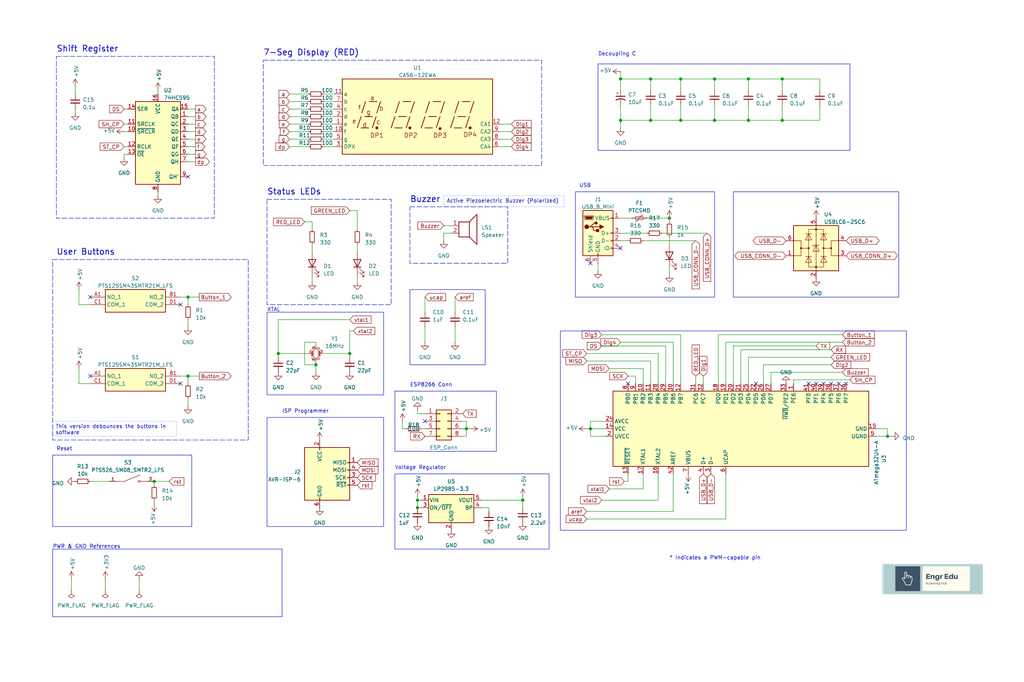
<source format=kicad_sch>
(kicad_sch (version 20230121) (generator eeschema)
  (paper "User" 345.796 230.378)
  (title_block (title "Arduino Uno Shield") (date "2023-03-22") (rev "1.0"))
  (lib_symbols
    (symbol "74xx:74HC595"
      (property "Reference" "U" (at -7.62 13.97 0))
      (property "Value" "74HC595" (at -7.62 -16.51 0))
      (symbol "74HC595_1_0"
        (pin tri_state line (at 10.16 7.62 180) (length 2.54) (name "QB") (number "1"))
        (pin input line (at -10.16 2.54 0) (length 2.54) (name "~{SRCLR}") (number "10"))
        (pin input line (at -10.16 5.08 0) (length 2.54) (name "SRCLK") (number "11"))
        (pin input line (at -10.16 -2.54 0) (length 2.54) (name "RCLK") (number "12"))
        (pin input line (at -10.16 -5.08 0) (length 2.54) (name "~{OE}") (number "13"))
        (pin input line (at -10.16 10.16 0) (length 2.54) (name "SER") (number "14"))
        (pin tri_state line (at 10.16 10.16 180) (length 2.54) (name "QA") (number "15"))
        (pin power_in line (at 0 15.24 270) (length 2.54) (name "VCC") (number "16"))
        (pin tri_state line (at 10.16 5.08 180) (length 2.54) (name "QC") (number "2"))
        (pin tri_state line (at 10.16 2.54 180) (length 2.54) (name "QD") (number "3"))
        (pin tri_state line (at 10.16 0 180) (length 2.54) (name "QE") (number "4"))
        (pin tri_state line (at 10.16 -2.54 180) (length 2.54) (name "QF") (number "5"))
        (pin tri_state line (at 10.16 -5.08 180) (length 2.54) (name "QG") (number "6"))
        (pin tri_state line (at 10.16 -7.62 180) (length 2.54) (name "QH") (number "7"))
        (pin power_in line (at 0 -17.78 90) (length 2.54) (name "GND") (number "8"))
        (pin output line (at 10.16 -12.7 180) (length 2.54) (name "QH'") (number "9"))
      )
    )
    (symbol "Connector:AVR-ISP-6" (pin_names (offset 1.016))
      (property "Reference" "J" (at -6.35 11.43 0))
      (property "Value" "AVR-ISP-6" (at 0 11.43 0))
      (symbol "AVR-ISP-6_1_1"
        (pin passive line (at 10.16 5.08 180) (length 2.54) (name "MISO") (number "1"))
        (pin passive line (at -2.54 12.7 270) (length 2.54) (name "VCC") (number "2"))
        (pin passive line (at 10.16 0 180) (length 2.54) (name "SCK") (number "3"))
        (pin passive line (at 10.16 2.54 180) (length 2.54) (name "MOSI") (number "4"))
        (pin passive line (at 10.16 -2.54 180) (length 2.54) (name "~{RST}") (number "5"))
        (pin passive line (at -2.54 -10.16 90) (length 2.54) (name "GND") (number "6"))
      )
    )
    (symbol "Connector:USB_B_Mini" (pin_names (offset 1.016))
      (property "Reference" "J" (at -5.08 11.43 0))
      (property "Value" "USB_B_Mini" (at -5.08 8.89 0))
      (symbol "USB_B_Mini_1_1"
        (pin power_out line (at 7.62 5.08 180) (length 2.54) (name "VBUS") (number "1"))
        (pin bidirectional line (at 7.62 -2.54 180) (length 2.54) (name "D-") (number "2"))
        (pin bidirectional line (at 7.62 0 180) (length 2.54) (name "D+") (number "3"))
        (pin passive line (at 7.62 -5.08 180) (length 2.54) (name "ID") (number "4"))
        (pin power_out line (at 0 -10.16 90) (length 2.54) (name "GND") (number "5"))
        (pin passive line (at -2.54 -10.16 90) (length 2.54) (name "Shield") (number "6"))
      )
    )
    (symbol "Connector_Generic:Conn_02x04_Odd_Even" (pin_names (offset 1.016) hide)
      (property "Reference" "J" (at 1.27 5.08 0))
      (property "Value" "Conn_02x04_Odd_Even" (at 1.27 -7.62 0))
      (symbol "Conn_02x04_Odd_Even_1_1"
        (pin passive line (at -5.08 2.54 0) (length 3.81) (name "Pin_1") (number "1"))
        (pin passive line (at 7.62 2.54 180) (length 3.81) (name "Pin_2") (number "2"))
        (pin passive line (at -5.08 0 0) (length 3.81) (name "Pin_3") (number "3"))
        (pin passive line (at 7.62 0 180) (length 3.81) (name "Pin_4") (number "4"))
        (pin passive line (at -5.08 -2.54 0) (length 3.81) (name "Pin_5") (number "5"))
        (pin passive line (at 7.62 -2.54 180) (length 3.81) (name "Pin_6") (number "6"))
        (pin passive line (at -5.08 -5.08 0) (length 3.81) (name "Pin_7") (number "7"))
        (pin passive line (at 7.62 -5.08 180) (length 3.81) (name "Pin_8") (number "8"))
      )
    )
    (symbol "Device:C_Polarized_Small_US" (pin_numbers hide) (pin_names (offset 0.254) hide)
      (property "Reference" "C" (at 0.254 1.778 0))
      (property "Value" "C_Polarized_Small_US" (at 0.254 -2.032 0))
      (symbol "C_Polarized_Small_US_1_1"
        (pin passive line (at 0 2.54 270) (length 2.032) (name "~") (number "1"))
        (pin passive line (at 0 -2.54 90) (length 2.032) (name "~") (number "2"))
      )
    )
    (symbol "Device:C_Small" (pin_numbers hide) (pin_names (offset 0.254) hide)
      (property "Reference" "C" (at 0.254 1.778 0))
      (property "Value" "C_Small" (at 0.254 -2.032 0))
      (symbol "C_Small_1_1"
        (pin passive line (at 0 2.54 270) (length 2.032) (name "~") (number "1"))
        (pin passive line (at 0 -2.54 90) (length 2.032) (name "~") (number "2"))
      )
    )
    (symbol "Device:Crystal_GND24_Small" (pin_names (offset 1.016) hide)
      (property "Reference" "Y" (at 1.27 4.445 0))
      (property "Value" "Crystal_GND24_Small" (at 1.27 2.54 0))
      (symbol "Crystal_GND24_Small_1_1"
        (pin passive line (at -2.54 0 0) (length 1.27) (name "1") (number "1"))
        (pin passive line (at 0 -2.54 90) (length 0.635) (name "2") (number "2"))
        (pin passive line (at 2.54 0 180) (length 1.27) (name "3") (number "3"))
        (pin passive line (at 0 2.54 270) (length 0.635) (name "4") (number "4"))
      )
    )
    (symbol "Device:LED" (pin_numbers hide) (pin_names (offset 1.016) hide)
      (property "Reference" "D" (at 0 2.54 0))
      (property "Value" "LED" (at 0 -2.54 0))
      (symbol "LED_1_1"
        (pin passive line (at -3.81 0 0) (length 2.54) (name "K") (number "1"))
        (pin passive line (at 3.81 0 180) (length 2.54) (name "A") (number "2"))
      )
    )
    (symbol "Device:Polyfuse_Small" (pin_numbers hide) (pin_names (offset 0))
      (property "Reference" "F" (at -1.905 0 90))
      (property "Value" "Polyfuse_Small" (at 1.905 0 90))
      (symbol "Polyfuse_Small_1_1"
        (pin passive line (at 0 2.54 270) (length 0.635) (name "~") (number "1"))
        (pin passive line (at 0 -2.54 90) (length 0.635) (name "~") (number "2"))
      )
    )
    (symbol "Device:R_Small" (pin_numbers hide) (pin_names (offset 0.254) hide)
      (property "Reference" "R" (at 0.762 0.508 0))
      (property "Value" "R_Small" (at 0.762 -1.016 0))
      (symbol "R_Small_1_1"
        (pin passive line (at 0 2.54 270) (length 0.762) (name "~") (number "1"))
        (pin passive line (at 0 -2.54 90) (length 0.762) (name "~") (number "2"))
      )
    )
    (symbol "Device:Speaker" (pin_names (offset 0) hide)
      (property "Reference" "LS" (at 1.27 5.715 0))
      (property "Value" "Speaker" (at 1.27 3.81 0))
      (symbol "Speaker_1_1"
        (pin input line (at -5.08 0 0) (length 2.54) (name "1") (number "1"))
        (pin input line (at -5.08 -2.54 0) (length 2.54) (name "2") (number "2"))
      )
    )
    (symbol "Display_Character:CA56-12EWA"
      (property "Reference" "U" (at -24.13 13.97 0))
      (property "Value" "CA56-12EWA" (at 19.05 13.97 0))
      (symbol "CA56-12EWA_0_0"
        (text "a" (at -15.24 6.35 0) (effects (font (size 1.524 1.524))))
        (text "b" (at -12.192 2.794 0) (effects (font (size 1.524 1.524))))
        (text "c" (at -13.208 -1.778 0) (effects (font (size 1.524 1.524))))
        (text "d" (at -17.78 -2.794 0) (effects (font (size 1.524 1.524))))
        (text "DP1" (at -13.716 -6.35 0) (effects (font (size 1.524 1.524))))
        (text "DP2" (at -2.286 -6.35 0) (effects (font (size 1.524 1.524))))
        (text "DP3" (at 7.62 -6.35 0) (effects (font (size 1.524 1.524))))
        (text "DP4" (at 17.78 -6.096 0) (effects (font (size 1.524 1.524))))
        (text "e" (at -21.336 -1.524 0) (effects (font (size 1.524 1.524))))
        (text "f" (at -19.558 3.048 0) (effects (font (size 1.524 1.524))))
        (text "g" (at -16.51 1.524 0) (effects (font (size 1.524 1.524))))
      )
      (symbol "CA56-12EWA_1_1"
        (pin input line (at -27.94 -2.54 0) (length 2.54) (name "e") (number "1"))
        (pin input line (at -27.94 -5.08 0) (length 2.54) (name "f") (number "10"))
        (pin input line (at -27.94 7.62 0) (length 2.54) (name "a") (number "11"))
        (pin input line (at 27.94 -2.54 180) (length 2.54) (name "CA1") (number "12"))
        (pin input line (at -27.94 0 0) (length 2.54) (name "d") (number "2"))
        (pin input line (at -27.94 -10.16 0) (length 2.54) (name "DPX") (number "3"))
        (pin input line (at -27.94 2.54 0) (length 2.54) (name "c") (number "4"))
        (pin input line (at -27.94 -7.62 0) (length 2.54) (name "g") (number "5"))
        (pin input line (at 27.94 -10.16 180) (length 2.54) (name "CA4") (number "6"))
        (pin input line (at -27.94 5.08 0) (length 2.54) (name "b") (number "7"))
        (pin input line (at 27.94 -7.62 180) (length 2.54) (name "CA3") (number "8"))
        (pin input line (at 27.94 -5.08 180) (length 2.54) (name "CA2") (number "9"))
      )
    )
    (symbol "GND_1" (power) (pin_names (offset 0))
      (property "Value" "GND_1" (at 0 -3.81 0))
      (symbol "GND_1_1_1"
        (pin power_in line (at 0 0 270) (length 0) hide (name "GND") (number "1"))
      )
    )
    (symbol "GND_2" (power) (pin_names (offset 0))
      (property "Value" "GND_2" (at 0 -3.81 0))
      (symbol "GND_2_1_1"
        (pin power_in line (at 0 0 270) (length 0) hide (name "GND") (number "1"))
      )
    )
    (symbol "GND_3" (power) (pin_names (offset 0))
      (property "Value" "GND_3" (at 0 -3.81 0))
      (symbol "GND_3_1_1"
        (pin power_in line (at 0 0 270) (length 0) hide (name "GND") (number "1"))
      )
    )
    (symbol "MCU_Microchip_ATmega:ATmega32U4-A"
      (property "Reference" "U" (at -12.7 44.45 0))
      (property "Value" "ATmega32U4-A" (at 2.54 -44.45 0))
      (symbol "ATmega32U4-A_1_1"
        (pin bidirectional line (at 15.24 -17.78 180) (length 2.54) (name "PE6") (number "1"))
        (pin bidirectional line (at 15.24 33.02 180) (length 2.54) (name "PB2") (number "10"))
        (pin bidirectional line (at 15.24 30.48 180) (length 2.54) (name "PB3") (number "11"))
        (pin bidirectional line (at 15.24 20.32 180) (length 2.54) (name "PB7") (number "12"))
        (pin input line (at -15.24 38.1 0) (length 2.54) (name "~{RESET}") (number "13"))
        (pin power_in line (at 0 45.72 270) (length 2.54) (name "VCC") (number "14"))
        (pin power_in line (at 0 -45.72 90) (length 2.54) (name "GND") (number "15"))
        (pin output line (at -15.24 27.94 0) (length 2.54) (name "XTAL2") (number "16"))
        (pin input line (at -15.24 33.02 0) (length 2.54) (name "XTAL1") (number "17"))
        (pin bidirectional line (at 15.24 7.62 180) (length 2.54) (name "PD0") (number "18"))
        (pin bidirectional line (at 15.24 5.08 180) (length 2.54) (name "PD1") (number "19"))
        (pin power_in line (at -2.54 45.72 270) (length 2.54) (name "UVCC") (number "2"))
        (pin bidirectional line (at 15.24 2.54 180) (length 2.54) (name "PD2") (number "20"))
        (pin bidirectional line (at 15.24 0 180) (length 2.54) (name "PD3") (number "21"))
        (pin bidirectional line (at 15.24 -5.08 180) (length 2.54) (name "PD5") (number "22"))
        (pin passive line (at 0 -45.72 90) (length 2.54) hide (name "GND") (number "23"))
        (pin power_in line (at 2.54 45.72 270) (length 2.54) (name "AVCC") (number "24"))
        (pin bidirectional line (at 15.24 -2.54 180) (length 2.54) (name "PD4") (number "25"))
        (pin bidirectional line (at 15.24 -7.62 180) (length 2.54) (name "PD6") (number "26"))
        (pin bidirectional line (at 15.24 -10.16 180) (length 2.54) (name "PD7") (number "27"))
        (pin bidirectional line (at 15.24 27.94 180) (length 2.54) (name "PB4") (number "28"))
        (pin bidirectional line (at 15.24 25.4 180) (length 2.54) (name "PB5") (number "29"))
        (pin bidirectional line (at -15.24 10.16 0) (length 2.54) (name "D-") (number "3"))
        (pin bidirectional line (at 15.24 22.86 180) (length 2.54) (name "PB6") (number "30"))
        (pin bidirectional line (at 15.24 15.24 180) (length 2.54) (name "PC6") (number "31"))
        (pin bidirectional line (at 15.24 12.7 180) (length 2.54) (name "PC7") (number "32"))
        (pin bidirectional line (at 15.24 -15.24 180) (length 2.54) (name "~{HWB}/PE2") (number "33"))
        (pin passive line (at 0 45.72 270) (length 2.54) hide (name "VCC") (number "34"))
        (pin passive line (at 0 -45.72 90) (length 2.54) hide (name "GND") (number "35"))
        (pin bidirectional line (at 15.24 -35.56 180) (length 2.54) (name "PF7") (number "36"))
        (pin bidirectional line (at 15.24 -33.02 180) (length 2.54) (name "PF6") (number "37"))
        (pin bidirectional line (at 15.24 -30.48 180) (length 2.54) (name "PF5") (number "38"))
        (pin bidirectional line (at 15.24 -27.94 180) (length 2.54) (name "PF4") (number "39"))
        (pin bidirectional line (at -15.24 12.7 0) (length 2.54) (name "D+") (number "4"))
        (pin bidirectional line (at 15.24 -25.4 180) (length 2.54) (name "PF1") (number "40"))
        (pin bidirectional line (at 15.24 -22.86 180) (length 2.54) (name "PF0") (number "41"))
        (pin passive line (at -15.24 22.86 0) (length 2.54) (name "AREF") (number "42"))
        (pin passive line (at 0 -45.72 90) (length 2.54) hide (name "GND") (number "43"))
        (pin passive line (at 2.54 45.72 270) (length 2.54) hide (name "AVCC") (number "44"))
        (pin passive line (at -2.54 -45.72 90) (length 2.54) (name "UGND") (number "5"))
        (pin passive line (at -15.24 5.08 0) (length 2.54) (name "UCAP") (number "6"))
        (pin input line (at -15.24 17.78 0) (length 2.54) (name "VBUS") (number "7"))
        (pin bidirectional line (at 15.24 38.1 180) (length 2.54) (name "PB0") (number "8"))
        (pin bidirectional line (at 15.24 35.56 180) (length 2.54) (name "PB1") (number "9"))
      )
    )
    (symbol "PTS125_SMD_Button:PTS125SM43SMTR21M_LFS"
      (property "Reference" "S" (at 26.67 7.62 0))
      (property "Value" "PTS125SM43SMTR21M_LFS" (at 26.67 5.08 0))
      (symbol "PTS125SM43SMTR21M_LFS_1_1"
        (pin passive line (at 0 0 0) (length 5.08) (name "NO_1") (number "A1"))
        (pin passive line (at 30.48 0 180) (length 5.08) (name "NO_2") (number "B1"))
        (pin passive line (at 0 -2.54 0) (length 5.08) (name "COM_1") (number "C1"))
        (pin passive line (at 30.48 -2.54 180) (length 5.08) (name "COM_2") (number "D1"))
      )
    )
    (symbol "PTS526_SMD_Button:PTS526_SM08_SMTR2_LFS" (pin_names (offset 1.016))
      (property "Reference" "S" (at -2.54 2.54 0))
      (property "Value" "PTS526_SM08_SMTR2_LFS" (at -2.54 -2.54 0))
      (symbol "PTS526_SM08_SMTR2_LFS_0_0"
        (pin passive line (at -7.62 0 0) (length 2.54) (name "~") (number "1"))
        (pin passive line (at 7.62 0 180) (length 2.54) (name "~") (number "3"))
      )
    )
    (symbol "Power_Protection:USBLC6-2SC6" (pin_names hide)
      (property "Reference" "U" (at 2.54 8.89 0))
      (property "Value" "USBLC6-2SC6" (at 2.54 -8.89 0))
      (symbol "USBLC6-2SC6_1_1"
        (pin passive line (at -10.16 -2.54 0) (length 2.54) (name "I/O1") (number "1"))
        (pin passive line (at 0 -10.16 90) (length 2.54) (name "GND") (number "2"))
        (pin passive line (at 10.16 -2.54 180) (length 2.54) (name "I/O2") (number "3"))
        (pin passive line (at 10.16 2.54 180) (length 2.54) (name "I/O2") (number "4"))
        (pin passive line (at 0 10.16 270) (length 2.54) (name "VBUS") (number "5"))
        (pin passive line (at -10.16 2.54 0) (length 2.54) (name "I/O1") (number "6"))
      )
    )
    (symbol "Regulator_Linear:LP2985-3.3" (pin_names (offset 0.254))
      (property "Reference" "U" (at -6.35 5.715 0))
      (property "Value" "LP2985-3.3" (at 0 5.715 0))
      (symbol "LP2985-3.3_1_1"
        (pin power_in line (at -10.16 2.54 0) (length 2.54) (name "VIN") (number "1"))
        (pin power_in line (at 0 -7.62 90) (length 2.54) (name "GND") (number "2"))
        (pin input line (at -10.16 0 0) (length 2.54) (name "ON/~{OFF}") (number "3"))
        (pin input line (at 10.16 0 180) (length 2.54) (name "BP") (number "4"))
        (pin power_out line (at 10.16 2.54 180) (length 2.54) (name "VOUT") (number "5"))
      )
    )
    (symbol "power:+3V3" (power) (pin_names (offset 0))
      (property "Value" "+3V3" (at 0 3.556 0))
      (symbol "+3V3_1_1"
        (pin power_in line (at 0 0 90) (length 0) hide (name "+3V3") (number "1"))
      )
    )
    (symbol "power:+5V" (power) (pin_names (offset 0))
      (property "Value" "+5V" (at 0 3.556 0))
      (symbol "+5V_1_1"
        (pin power_in line (at 0 0 90) (length 0) hide (name "+5V") (number "1"))
      )
    )
    (symbol "power:PWR_FLAG" (power) (pin_numbers hide) (pin_names (offset 0) hide)
      (property "Value" "PWR_FLAG" (at 0 3.81 0))
      (symbol "PWR_FLAG_0_0"
        (pin power_out line (at 0 0 90) (length 0) (name "pwr") (number "1"))
      )
    )
  )
  (junction (at 118.11 119.38))
  (junction (at 93.98 119.38))
  (junction (at 264.16 40.64))
  (junction (at 176.53 168.91))
  (junction (at 140.97 171.45))
  (junction (at 241.3 26.67))
  (junction (at 264.16 26.67))
  (junction (at 219.71 40.64))
  (junction (at 52.07 162.56))
  (junction (at 157.48 144.78))
  (junction (at 241.3 40.64))
  (junction (at 229.87 26.67))
  (junction (at 252.73 40.64))
  (junction (at 199.39 144.78))
  (junction (at 63.5 127))
  (junction (at 226.06 73.66))
  (junction (at 252.73 26.67))
  (junction (at 229.87 40.64))
  (junction (at 140.97 168.91))
  (junction (at 106.68 123.19))
  (junction (at 63.5 100.33))
  (junction (at 209.55 26.67))
  (junction (at 299.72 147.32))
  (junction (at 209.55 40.64))
  (junction (at 219.71 26.67))
  (no_connect (at 255.27 129.54))
  (no_connect (at 143.51 142.24))
  (no_connect (at 280.67 129.54))
  (no_connect (at 60.96 102.87))
  (no_connect (at 283.21 129.54))
  (no_connect (at 30.48 100.33))
  (no_connect (at 199.39 88.9))
  (no_connect (at 60.96 129.54))
  (no_connect (at 209.55 83.82))
  (no_connect (at 212.09 129.54))
  (no_connect (at 275.59 129.54))
  (no_connect (at 63.5 59.69))
  (no_connect (at 273.05 129.54))
  (no_connect (at 278.13 129.54))
  (no_connect (at 30.48 127))
  (no_connect (at 285.75 129.54))
  (wire (pts (xy 162.56 168.91) (xy 176.53 168.91)))
  (wire (pts (xy 222.25 119.38) (xy 198.12 119.38)))
  (wire (pts (xy 229.87 35.56) (xy 229.87 40.64)))
  (wire (pts (xy 53.34 64.77) (xy 53.34 66.04)))
  (wire (pts (xy 153.67 110.49) (xy 153.67 115.57)))
  (wire (pts (xy 63.5 127) (xy 63.5 129.54)))
  (wire (pts (xy 157.48 147.32) (xy 156.21 147.32)))
  (wire (pts (xy 109.22 36.83) (xy 113.03 36.83)))
  (wire (pts (xy 209.55 24.13) (xy 209.55 26.67)))
  (wire (pts (xy 140.97 138.43) (xy 140.97 139.7)))
  (wire (pts (xy 118.11 119.38) (xy 118.11 120.65)))
  (wire (pts (xy 46.99 195.58) (xy 46.99 199.39)))
  (wire (pts (xy 25.4 29.21) (xy 25.4 31.75)))
  (wire (pts (xy 142.24 144.78) (xy 143.51 144.78)))
  (wire (pts (xy 52.07 163.83) (xy 52.07 162.56)))
  (wire (pts (xy 149.86 78.74) (xy 149.86 81.28)))
  (wire (pts (xy 217.17 124.46) (xy 217.17 129.54)))
  (wire (pts (xy 198.12 121.92) (xy 219.71 121.92)))
  (wire (pts (xy 63.5 36.83) (xy 66.04 36.83)))
  (wire (pts (xy 217.17 160.02) (xy 217.17 165.1)))
  (wire (pts (xy 63.5 127) (xy 67.31 127)))
  (wire (pts (xy 30.48 102.87) (xy 26.67 102.87)))
  (wire (pts (xy 241.3 26.67) (xy 252.73 26.67)))
  (wire (pts (xy 63.5 100.33) (xy 63.5 102.87)))
  (wire (pts (xy 102.87 115.57) (xy 106.68 115.57)))
  (wire (pts (xy 219.71 121.92) (xy 219.71 129.54)))
  (wire (pts (xy 241.3 26.67) (xy 241.3 30.48)))
  (wire (pts (xy 226.06 90.17) (xy 226.06 92.71)))
  (wire (pts (xy 205.74 124.46) (xy 217.17 124.46)))
  (wire (pts (xy 105.41 82.55) (xy 105.41 85.09)))
  (wire (pts (xy 102.87 123.19) (xy 102.87 115.57)))
  (wire (pts (xy 222.25 168.91) (xy 203.2 168.91)))
  (wire (pts (xy 199.39 142.24) (xy 199.39 144.78)))
  (wire (pts (xy 280.67 118.11) (xy 250.19 118.11)))
  (wire (pts (xy 41.91 41.91) (xy 43.18 41.91)))
  (wire (pts (xy 229.87 40.64) (xy 241.3 40.64)))
  (wire (pts (xy 24.13 195.58) (xy 24.13 199.39)))
  (wire (pts (xy 93.98 107.95) (xy 93.98 119.38)))
  (wire (pts (xy 153.67 100.33) (xy 153.67 105.41)))
  (wire (pts (xy 284.48 115.57) (xy 245.11 115.57)))
  (wire (pts (xy 252.73 40.64) (xy 264.16 40.64)))
  (wire (pts (xy 106.68 123.19) (xy 102.87 123.19)))
  (wire (pts (xy 219.71 40.64) (xy 209.55 40.64)))
  (wire (pts (xy 118.11 111.76) (xy 118.11 119.38)))
  (wire (pts (xy 97.79 36.83) (xy 104.14 36.83)))
  (wire (pts (xy 276.86 35.56) (xy 276.86 40.64)))
  (wire (pts (xy 149.86 76.2) (xy 152.4 76.2)))
  (wire (pts (xy 140.97 171.45) (xy 142.24 171.45)))
  (wire (pts (xy 284.48 113.03) (xy 242.57 113.03)))
  (wire (pts (xy 168.91 44.45) (xy 172.72 44.45)))
  (wire (pts (xy 223.52 78.74) (xy 238.76 78.74)))
  (wire (pts (xy 299.72 147.32) (xy 299.72 144.78)))
  (wire (pts (xy 120.65 71.12) (xy 120.65 77.47)))
  (wire (pts (xy 252.73 35.56) (xy 252.73 40.64)))
  (wire (pts (xy 35.56 195.58) (xy 35.56 199.39)))
  (wire (pts (xy 229.87 26.67) (xy 241.3 26.67)))
  (wire (pts (xy 93.98 120.65) (xy 93.98 119.38)))
  (wire (pts (xy 97.79 34.29) (xy 104.14 34.29)))
  (wire (pts (xy 43.18 52.07) (xy 41.91 52.07)))
  (wire (pts (xy 227.33 115.57) (xy 227.33 129.54)))
  (wire (pts (xy 218.44 73.66) (xy 226.06 73.66)))
  (wire (pts (xy 237.49 127) (xy 237.49 129.54)))
  (wire (pts (xy 176.53 168.91) (xy 176.53 171.45)))
  (wire (pts (xy 120.65 82.55) (xy 120.65 85.09)))
  (wire (pts (xy 97.79 41.91) (xy 104.14 41.91)))
  (wire (pts (xy 264.16 26.67) (xy 264.16 30.48)))
  (wire (pts (xy 176.53 167.64) (xy 176.53 168.91)))
  (wire (pts (xy 53.34 30.48) (xy 53.34 31.75)))
  (wire (pts (xy 257.81 123.19) (xy 257.81 129.54)))
  (wire (pts (xy 140.97 167.64) (xy 140.97 168.91)))
  (wire (pts (xy 118.11 71.12) (xy 120.65 71.12)))
  (wire (pts (xy 106.68 123.19) (xy 106.68 125.73)))
  (wire (pts (xy 287.02 128.27) (xy 267.97 128.27)))
  (wire (pts (xy 280.67 123.19) (xy 257.81 123.19)))
  (wire (pts (xy 250.19 118.11) (xy 250.19 129.54)))
  (wire (pts (xy 217.17 165.1) (xy 205.74 165.1)))
  (wire (pts (xy 245.11 115.57) (xy 245.11 129.54)))
  (wire (pts (xy 97.79 44.45) (xy 104.14 44.45)))
  (wire (pts (xy 295.91 147.32) (xy 299.72 147.32)))
  (wire (pts (xy 41.91 36.83) (xy 43.18 36.83)))
  (wire (pts (xy 140.97 139.7) (xy 143.51 139.7)))
  (wire (pts (xy 109.22 31.75) (xy 113.03 31.75)))
  (wire (pts (xy 63.5 100.33) (xy 67.31 100.33)))
  (wire (pts (xy 203.2 116.84) (xy 224.79 116.84)))
  (wire (pts (xy 234.95 127) (xy 234.95 129.54)))
  (wire (pts (xy 199.39 144.78) (xy 204.47 144.78)))
  (wire (pts (xy 120.65 92.71) (xy 120.65 95.25)))
  (wire (pts (xy 63.5 49.53) (xy 66.04 49.53)))
  (wire (pts (xy 168.91 46.99) (xy 172.72 46.99)))
  (wire (pts (xy 198.12 144.78) (xy 199.39 144.78)))
  (wire (pts (xy 109.22 119.38) (xy 118.11 119.38)))
  (wire (pts (xy 252.73 26.67) (xy 264.16 26.67)))
  (wire (pts (xy 165.1 171.45) (xy 165.1 172.72)))
  (wire (pts (xy 41.91 44.45) (xy 43.18 44.45)))
  (wire (pts (xy 209.55 26.67) (xy 219.71 26.67)))
  (wire (pts (xy 109.22 39.37) (xy 113.03 39.37)))
  (wire (pts (xy 60.96 100.33) (xy 63.5 100.33)))
  (wire (pts (xy 284.48 125.73) (xy 260.35 125.73)))
  (wire (pts (xy 241.3 40.64) (xy 252.73 40.64)))
  (wire (pts (xy 118.11 107.95) (xy 93.98 107.95)))
  (wire (pts (xy 52.07 168.91) (xy 52.07 170.18)))
  (wire (pts (xy 212.09 162.56) (xy 212.09 160.02)))
  (wire (pts (xy 217.17 81.28) (xy 234.95 81.28)))
  (wire (pts (xy 203.2 113.03) (xy 229.87 113.03)))
  (wire (pts (xy 204.47 147.32) (xy 199.39 147.32)))
  (wire (pts (xy 201.93 88.9) (xy 201.93 91.44)))
  (wire (pts (xy 226.06 73.66) (xy 226.06 74.93)))
  (wire (pts (xy 157.48 144.78) (xy 157.48 147.32)))
  (wire (pts (xy 97.79 49.53) (xy 104.14 49.53)))
  (wire (pts (xy 152.4 78.74) (xy 149.86 78.74)))
  (wire (pts (xy 52.07 162.56) (xy 57.15 162.56)))
  (wire (pts (xy 252.73 26.67) (xy 252.73 30.48)))
  (wire (pts (xy 222.25 160.02) (xy 222.25 168.91)))
  (wire (pts (xy 241.3 35.56) (xy 241.3 40.64)))
  (wire (pts (xy 156.21 142.24) (xy 157.48 142.24)))
  (wire (pts (xy 93.98 119.38) (xy 104.14 119.38)))
  (wire (pts (xy 264.16 35.56) (xy 264.16 40.64)))
  (wire (pts (xy 226.06 80.01) (xy 226.06 82.55)))
  (wire (pts (xy 219.71 26.67) (xy 219.71 30.48)))
  (wire (pts (xy 41.91 52.07) (xy 41.91 53.34)))
  (wire (pts (xy 209.55 40.64) (xy 209.55 43.18)))
  (wire (pts (xy 109.22 46.99) (xy 113.03 46.99)))
  (wire (pts (xy 198.12 175.26) (xy 245.11 175.26)))
  (wire (pts (xy 63.5 41.91) (xy 66.04 41.91)))
  (wire (pts (xy 109.22 34.29) (xy 113.03 34.29)))
  (wire (pts (xy 97.79 39.37) (xy 104.14 39.37)))
  (wire (pts (xy 209.55 81.28) (xy 212.09 81.28)))
  (wire (pts (xy 135.89 144.78) (xy 135.89 142.24)))
  (wire (pts (xy 109.22 44.45) (xy 113.03 44.45)))
  (wire (pts (xy 140.97 168.91) (xy 140.97 171.45)))
  (wire (pts (xy 156.21 144.78) (xy 157.48 144.78)))
  (wire (pts (xy 280.67 120.65) (xy 252.73 120.65)))
  (wire (pts (xy 63.5 107.95) (xy 63.5 110.49)))
  (wire (pts (xy 30.48 162.56) (xy 36.83 162.56)))
  (wire (pts (xy 264.16 40.64) (xy 276.86 40.64)))
  (wire (pts (xy 209.55 26.67) (xy 209.55 30.48)))
  (wire (pts (xy 210.82 162.56) (xy 212.09 162.56)))
  (wire (pts (xy 63.5 44.45) (xy 66.04 44.45)))
  (wire (pts (xy 198.12 172.72) (xy 227.33 172.72)))
  (wire (pts (xy 199.39 142.24) (xy 204.47 142.24)))
  (wire (pts (xy 142.24 168.91) (xy 140.97 168.91)))
  (wire (pts (xy 219.71 35.56) (xy 219.71 40.64)))
  (wire (pts (xy 252.73 120.65) (xy 252.73 129.54)))
  (wire (pts (xy 168.91 49.53) (xy 172.72 49.53)))
  (wire (pts (xy 63.5 46.99) (xy 66.04 46.99)))
  (wire (pts (xy 229.87 113.03) (xy 229.87 129.54)))
  (wire (pts (xy 26.67 102.87) (xy 26.67 97.79)))
  (wire (pts (xy 245.11 175.26) (xy 245.11 160.02)))
  (wire (pts (xy 63.5 39.37) (xy 66.04 39.37)))
  (wire (pts (xy 219.71 26.67) (xy 229.87 26.67)))
  (wire (pts (xy 119.38 111.76) (xy 118.11 111.76)))
  (wire (pts (xy 242.57 113.03) (xy 242.57 129.54)))
  (wire (pts (xy 63.5 134.62) (xy 63.5 137.16)))
  (wire (pts (xy 229.87 26.67) (xy 229.87 30.48)))
  (wire (pts (xy 143.51 110.49) (xy 143.51 115.57)))
  (wire (pts (xy 209.55 78.74) (xy 218.44 78.74)))
  (wire (pts (xy 97.79 31.75) (xy 104.14 31.75)))
  (wire (pts (xy 97.79 46.99) (xy 104.14 46.99)))
  (wire (pts (xy 106.68 115.57) (xy 106.68 116.84)))
  (wire (pts (xy 212.09 127) (xy 214.63 127)))
  (wire (pts (xy 25.4 38.1) (xy 25.4 36.83)))
  (wire (pts (xy 162.56 171.45) (xy 165.1 171.45)))
  (wire (pts (xy 157.48 142.24) (xy 157.48 144.78)))
  (wire (pts (xy 137.16 144.78) (xy 135.89 144.78)))
  (wire (pts (xy 105.41 74.93) (xy 105.41 77.47)))
  (wire (pts (xy 105.41 92.71) (xy 105.41 95.25)))
  (wire (pts (xy 222.25 129.54) (xy 222.25 119.38)))
  (wire (pts (xy 26.67 129.54) (xy 26.67 124.46)))
  (wire (pts (xy 275.59 116.84) (xy 247.65 116.84)))
  (wire (pts (xy 199.39 144.78) (xy 199.39 147.32)))
  (wire (pts (xy 209.55 115.57) (xy 227.33 115.57)))
  (wire (pts (xy 260.35 125.73) (xy 260.35 129.54)))
  (wire (pts (xy 109.22 41.91) (xy 113.03 41.91)))
  (wire (pts (xy 209.55 73.66) (xy 213.36 73.66)))
  (wire (pts (xy 63.5 54.61) (xy 66.04 54.61)))
  (wire (pts (xy 247.65 116.84) (xy 247.65 129.54)))
  (wire (pts (xy 227.33 172.72) (xy 227.33 160.02)))
  (wire (pts (xy 267.97 128.27) (xy 267.97 129.54)))
  (wire (pts (xy 295.91 144.78) (xy 299.72 144.78)))
  (wire (pts (xy 168.91 41.91) (xy 172.72 41.91)))
  (wire (pts (xy 30.48 129.54) (xy 26.67 129.54)))
  (wire (pts (xy 299.72 147.32) (xy 300.99 147.32)))
  (wire (pts (xy 157.48 144.78) (xy 158.75 144.78)))
  (wire (pts (xy 106.68 121.92) (xy 106.68 123.19)))
  (wire (pts (xy 41.91 49.53) (xy 43.18 49.53)))
  (wire (pts (xy 214.63 127) (xy 214.63 129.54)))
  (wire (pts (xy 219.71 40.64) (xy 229.87 40.64)))
  (wire (pts (xy 60.96 127) (xy 63.5 127)))
  (wire (pts (xy 276.86 26.67) (xy 276.86 30.48)))
  (wire (pts (xy 224.79 116.84) (xy 224.79 129.54)))
  (wire (pts (xy 102.87 74.93) (xy 105.41 74.93)))
  (wire (pts (xy 143.51 100.33) (xy 143.51 105.41)))
  (wire (pts (xy 63.5 52.07) (xy 66.04 52.07)))
  (wire (pts (xy 209.55 35.56) (xy 209.55 40.64)))
  (wire (pts (xy 264.16 26.67) (xy 276.86 26.67)))
  (wire (pts (xy 109.22 49.53) (xy 113.03 49.53)))
  (rectangle (start 17.78 185.42) (end 95.25 208.28))
  (rectangle (start 247.65 64.77) (end 303.53 100.33))
  (rectangle (start 133.35 160.02) (end 185.42 185.42))
  (rectangle (start 90.17 67.31) (end 132.08 102.87) (stroke (width 0) (type dash)))
  (rectangle (start 189.23 111.76) (end 306.07 179.07))
  (rectangle (start 201.93 21.59) (end 287.02 50.8))
  (rectangle (start 133.35 132.08) (end 167.64 152.4))
  (rectangle (start 138.43 69.85) (end 171.45 88.9) (stroke (width 0) (type dash)))
  (rectangle (start 17.78 87.63) (end 83.82 148.59) (stroke (width 0) (type dash)))
  (rectangle (start 90.17 105.41) (end 129.54 133.35))
  (rectangle (start 90.17 140.97) (end 129.54 177.8))
  (rectangle (start 17.78 153.67) (end 64.77 177.8))
  (rectangle (start 19.05 19.05) (end 72.39 73.66) (stroke (width 0) (type dash)))
  (rectangle (start 194.31 64.77) (end 241.3 100.33))
  (rectangle (start 88.9 20.32) (end 182.88 55.88) (stroke (width 0) (type dash)))
  (rectangle (start 138.43 97.79) (end 163.83 123.19))
  (image (at 314.96 195.58) (scale 0.800628))
  (text_box "Active Piezoelectric Buzzer (Polarized)" (at 149.86 66.04 0) (size 40.64 3.81) (stroke (width 0) (type dot)) (effects (font (size 1.27 1.27)) (justify left top)))
  (text_box "This version debounces the buttons in software" (at 17.78 142.24 0) (size 41.91 5.08) (stroke (width 0) (type dot)) (effects (font (size 1.27 1.27)) (justify left top)))
  (text "Shift Register" (at 19.05 17.78 0) (effects (font (size 2 2) (thickness 0.254) bold) (justify left bottom)))
  (text "USB" (at 195.58 63.5 0) (effects (font (size 1.27 1.27)) (justify left bottom)))
  (text "Voltage Regulator" (at 133.35 158.75 0) (effects (font (size 1.27 1.27)) (justify left bottom)))
  (text "Decoupling C" (at 201.93 19.05 0) (effects (font (size 1.27 1.27)) (justify left bottom)))
  (text "Status LEDs" (at 90.17 66.04 0) (effects (font (size 2 2) (thickness 0.254) bold) (justify left bottom)))
  (text "ESP8266 Conn" (at 138.43 130.81 0) (effects (font (size 1.27 1.27)) (justify left bottom)))
  (text "Reset" (at 19.05 152.4 0) (effects (font (size 1.27 1.27)) (justify left bottom)))
  (text "User Buttons" (at 19.05 86.36 0) (effects (font (size 2 2) (thickness 0.254) bold) (justify left bottom)))
  (text "PWR & GND References" (at 17.78 185.42 0) (effects (font (size 1.27 1.27)) (justify left bottom)))
  (text "Buzzer" (at 138.43 68.58 0) (effects (font (size 2 2) (thickness 0.254) bold) (justify left bottom)))
  (text "* Indicates a PWM-capable pin" (at 226.06 189.23 0) (effects (font (size 1.27 1.27)) (justify left bottom)))
  (text "7-Seg Display (RED)" (at 88.9 19.05 0) (effects (font (size 2 2) (thickness 0.254) bold) (justify left bottom)))
  (text "XTAL\n" (at 90.17 105.41 0) (effects (font (size 1.27 1.27)) (justify left bottom)))
  (text "ISP Programmer" (at 95.25 139.7 0) (effects (font (size 1.27 1.27)) (justify left bottom)))
  (global_label "GREEN_LED" (shape input) (at 280.67 120.65 0) (property "Intersheetrefs" "${INTERSHEET_REFS}" (effects hide)))
  (global_label "xtal2" (shape input) (at 203.2 168.91 180) (property "Intersheetrefs" "${INTERSHEET_REFS}" (effects hide)))
  (global_label "e" (shape output) (at 66.04 46.99 0) (property "Intersheetrefs" "${INTERSHEET_REFS}" (effects hide)))
  (global_label "Button_1" (shape output) (at 67.31 100.33 0) (property "Intersheetrefs" "${INTERSHEET_REFS}" (effects hide)))
  (global_label "Dig2" (shape input) (at 280.67 123.19 0) (property "Intersheetrefs" "${INTERSHEET_REFS}" (effects hide)))
  (global_label "g" (shape output) (at 66.04 52.07 0) (property "Intersheetrefs" "${INTERSHEET_REFS}" (effects hide)))
  (global_label "USB_CONN_D-" (shape bidirectional) (at 265.43 86.36 180) (property "Intersheetrefs" "${INTERSHEET_REFS}" (effects hide)))
  (global_label "USB_D+" (shape bidirectional) (at 285.75 81.28 0) (property "Intersheetrefs" "${INTERSHEET_REFS}" (effects hide)))
  (global_label "ucap" (shape input) (at 198.12 175.26 180) (property "Intersheetrefs" "${INTERSHEET_REFS}" (effects hide)))
  (global_label "dp" (shape output) (at 66.04 54.61 0) (property "Intersheetrefs" "${INTERSHEET_REFS}" (effects hide)))
  (global_label "b" (shape input) (at 97.79 34.29 180) (property "Intersheetrefs" "${INTERSHEET_REFS}" (effects hide)))
  (global_label "f" (shape output) (at 66.04 49.53 0) (property "Intersheetrefs" "${INTERSHEET_REFS}" (effects hide)))
  (global_label "ST_CP" (shape input) (at 41.91 49.53 180) (property "Intersheetrefs" "${INTERSHEET_REFS}" (effects hide)))
  (global_label "MISO" (shape input) (at 198.12 121.92 180) (property "Intersheetrefs" "${INTERSHEET_REFS}" (effects hide)))
  (global_label "TX" (shape input) (at 156.21 139.7 0) (property "Intersheetrefs" "${INTERSHEET_REFS}" (effects hide)))
  (global_label "USB_CONN_D+" (shape input) (at 238.76 78.74 270) (property "Intersheetrefs" "${INTERSHEET_REFS}" (effects hide)))
  (global_label "d" (shape input) (at 97.79 39.37 180) (property "Intersheetrefs" "${INTERSHEET_REFS}" (effects hide)))
  (global_label "a" (shape input) (at 97.79 31.75 180) (property "Intersheetrefs" "${INTERSHEET_REFS}" (effects hide)))
  (global_label "Dig4" (shape input) (at 209.55 115.57 180) (property "Intersheetrefs" "${INTERSHEET_REFS}" (effects hide)))
  (global_label "USB_CONN_D-" (shape input) (at 234.95 81.28 270) (property "Intersheetrefs" "${INTERSHEET_REFS}" (effects hide)))
  (global_label "RX" (shape input) (at 143.51 147.32 180) (property "Intersheetrefs" "${INTERSHEET_REFS}" (effects hide)))
  (global_label "TX" (shape input) (at 275.59 116.84 0) (property "Intersheetrefs" "${INTERSHEET_REFS}" (effects hide)))
  (global_label "RED_LED" (shape input) (at 234.95 127 90) (property "Intersheetrefs" "${INTERSHEET_REFS}" (effects hide)))
  (global_label "c" (shape output) (at 66.04 41.91 0) (property "Intersheetrefs" "${INTERSHEET_REFS}" (effects hide)))
  (global_label "aref" (shape input) (at 198.12 172.72 180) (property "Intersheetrefs" "${INTERSHEET_REFS}" (effects hide)))
  (global_label "ST_CP" (shape input) (at 198.12 119.38 180) (property "Intersheetrefs" "${INTERSHEET_REFS}" (effects hide)))
  (global_label "g" (shape input) (at 97.79 46.99 180) (property "Intersheetrefs" "${INTERSHEET_REFS}" (effects hide)))
  (global_label "MOSI" (shape input) (at 205.74 124.46 180) (property "Intersheetrefs" "${INTERSHEET_REFS}" (effects hide)))
  (global_label "Dig1" (shape input) (at 172.72 41.91 0) (property "Intersheetrefs" "${INTERSHEET_REFS}" (effects hide)))
  (global_label "USB_D-" (shape input) (at 240.03 160.02 270) (property "Intersheetrefs" "${INTERSHEET_REFS}" (effects hide)))
  (global_label "RX" (shape input) (at 280.67 118.11 0) (property "Intersheetrefs" "${INTERSHEET_REFS}" (effects hide)))
  (global_label "GREEN_LED" (shape input) (at 118.11 71.12 180) (property "Intersheetrefs" "${INTERSHEET_REFS}" (effects hide)))
  (global_label "xtal1" (shape input) (at 118.11 107.95 0) (property "Intersheetrefs" "${INTERSHEET_REFS}" (effects hide)))
  (global_label "a" (shape output) (at 66.04 36.83 0) (property "Intersheetrefs" "${INTERSHEET_REFS}" (effects hide)))
  (global_label "Buzzer" (shape input) (at 284.48 125.73 0) (property "Intersheetrefs" "${INTERSHEET_REFS}" (effects hide)))
  (global_label "Dig2" (shape input) (at 172.72 44.45 0) (property "Intersheetrefs" "${INTERSHEET_REFS}" (effects hide)))
  (global_label "MISO" (shape input) (at 120.65 156.21 0) (property "Intersheetrefs" "${INTERSHEET_REFS}" (effects hide)))
  (global_label "DS" (shape input) (at 41.91 36.83 180) (property "Intersheetrefs" "${INTERSHEET_REFS}" (effects hide)))
  (global_label "ucap" (shape input) (at 143.51 100.33 0) (property "Intersheetrefs" "${INTERSHEET_REFS}" (effects hide)))
  (global_label "SH_CP" (shape input) (at 41.91 41.91 180) (property "Intersheetrefs" "${INTERSHEET_REFS}" (effects hide)))
  (global_label "SH_CP" (shape input) (at 287.02 128.27 0) (property "Intersheetrefs" "${INTERSHEET_REFS}" (effects hide)))
  (global_label "Button_2" (shape output) (at 67.31 127 0) (property "Intersheetrefs" "${INTERSHEET_REFS}" (effects hide)))
  (global_label "Dig4" (shape input) (at 172.72 49.53 0) (property "Intersheetrefs" "${INTERSHEET_REFS}" (effects hide)))
  (global_label "rst" (shape input) (at 120.65 163.83 0) (property "Intersheetrefs" "${INTERSHEET_REFS}" (effects hide)))
  (global_label "rst" (shape input) (at 210.82 162.56 180) (property "Intersheetrefs" "${INTERSHEET_REFS}" (effects hide)))
  (global_label "USB_D+" (shape input) (at 237.49 160.02 270) (property "Intersheetrefs" "${INTERSHEET_REFS}" (effects hide)))
  (global_label "aref" (shape input) (at 153.67 100.33 0) (property "Intersheetrefs" "${INTERSHEET_REFS}" (effects hide)))
  (global_label "USB_CONN_D+" (shape bidirectional) (at 285.75 86.36 0) (property "Intersheetrefs" "${INTERSHEET_REFS}" (effects hide)))
  (global_label "c" (shape input) (at 97.79 36.83 180) (property "Intersheetrefs" "${INTERSHEET_REFS}" (effects hide)))
  (global_label "SCK" (shape input) (at 212.09 127 180) (property "Intersheetrefs" "${INTERSHEET_REFS}" (effects hide)))
  (global_label "Button_1" (shape input) (at 284.48 113.03 0) (property "Intersheetrefs" "${INTERSHEET_REFS}" (effects hide)))
  (global_label "USB_D-" (shape bidirectional) (at 265.43 81.28 180) (property "Intersheetrefs" "${INTERSHEET_REFS}" (effects hide)))
  (global_label "dp" (shape input) (at 97.79 49.53 180) (property "Intersheetrefs" "${INTERSHEET_REFS}" (effects hide)))
  (global_label "Dig3" (shape input) (at 203.2 113.03 180) (property "Intersheetrefs" "${INTERSHEET_REFS}" (effects hide)))
  (global_label "rst" (shape input) (at 57.15 162.56 0) (property "Intersheetrefs" "${INTERSHEET_REFS}" (effects hide)))
  (global_label "Dig3" (shape input) (at 172.72 46.99 0) (property "Intersheetrefs" "${INTERSHEET_REFS}" (effects hide)))
  (global_label "DS" (shape input) (at 203.2 116.84 180) (property "Intersheetrefs" "${INTERSHEET_REFS}" (effects hide)))
  (global_label "Buzzer" (shape input) (at 149.86 76.2 180) (property "Intersheetrefs" "${INTERSHEET_REFS}" (effects hide)))
  (global_label "Button_2" (shape input) (at 284.48 115.57 0) (property "Intersheetrefs" "${INTERSHEET_REFS}" (effects hide)))
  (global_label "MOSI" (shape input) (at 120.65 158.75 0) (property "Intersheetrefs" "${INTERSHEET_REFS}" (effects hide)))
  (global_label "Dig1" (shape input) (at 237.49 127 90) (property "Intersheetrefs" "${INTERSHEET_REFS}" (effects hide)))
  (global_label "SCK" (shape input) (at 120.65 161.29 0) (property "Intersheetrefs" "${INTERSHEET_REFS}" (effects hide)))
  (global_label "d" (shape output) (at 66.04 44.45 0) (property "Intersheetrefs" "${INTERSHEET_REFS}" (effects hide)))
  (global_label "xtal2" (shape input) (at 119.38 111.76 0) (property "Intersheetrefs" "${INTERSHEET_REFS}" (effects hide)))
  (global_label "e" (shape input) (at 97.79 41.91 180) (property "Intersheetrefs" "${INTERSHEET_REFS}" (effects hide)))
  (global_label "f" (shape input) (at 97.79 44.45 180) (property "Intersheetrefs" "${INTERSHEET_REFS}" (effects hide)))
  (global_label "b" (shape output) (at 66.04 39.37 0) (property "Intersheetrefs" "${INTERSHEET_REFS}" (effects hide)))
  (global_label "RED_LED" (shape input) (at 102.87 74.93 180) (property "Intersheetrefs" "${INTERSHEET_REFS}" (effects hide)))
  (global_label "xtal1" (shape input) (at 205.74 165.1 180) (property "Intersheetrefs" "${INTERSHEET_REFS}" (effects hide)))
  (symbol (lib_id "power:+5V") (at 26.67 124.46 0) (unit 1)
    (property "Reference" "#PWR014" (effects hide))
    (property "Value" "+5V" (at 27.0256 121.412 90) (effects (justify left)))
  )
  (symbol (lib_name "GND_1") (lib_id "power:GND") (at 25.4 162.56 270) (unit 1)
    (property "Reference" "#PWR021" (effects hide))
    (property "Value" "GND" (at 21.59 163.195 90) (effects (justify right)))
  )
  (symbol (lib_id "74xx:74HC595") (at 53.34 46.99 0) (unit 1)
    (property "Reference" "U2" (at 55.2959 30.48 0) (effects (justify left)))
    (property "Value" "74HC595" (at 55.2959 33.02 0) (effects (justify left)))
    (property "Footprint" "Package_SO:TSSOP-16-1EP_4.4x5mm_P0.65mm" (effects hide))
    (property "Datasheet" "http://www.ti.com/lit/ds/symlink/sn74hc595.pdf" (effects hide))
  )
  (symbol (lib_id "power:+5V") (at 135.89 142.24 0) (unit 1)
    (property "Reference" "#PWR035" (effects hide))
    (property "Value" "3.3V" (at 136.2456 139.192 90) (effects (justify left)))
  )
  (symbol (lib_id "Device:Polyfuse_Small") (at 215.9 73.66 90) (unit 1)
    (property "Reference" "F1" (at 215.9 68.58 90))
    (property "Value" "PTCSMD" (at 215.9 71.12 90))
    (property "Footprint" "Fuse:Fuse_1812_4532Metric" (effects hide))
  )
  (symbol (lib_id "Device:LED") (at 105.41 88.9 90) (unit 1)
    (property "Reference" "D1" (at 109.22 89.8525 90) (effects (justify right)))
    (property "Value" "LED" (at 109.22 92.3925 90) (effects (justify right)))
    (property "Footprint" "LED_THT:LED_D5.0mm" (effects hide))
  )
  (symbol (lib_id "power:+5V") (at 25.4 29.21 0) (unit 1)
    (property "Reference" "#PWR046" (effects hide))
    (property "Value" "+5V" (at 25.7556 26.162 90) (effects (justify left)))
  )
  (symbol (lib_name "GND_1") (lib_id "power:GND") (at 118.11 125.73 0) (unit 1)
    (property "Reference" "#PWR025" (effects hide))
    (property "Value" "GND" (at 118.11 130.81 0))
  )
  (symbol (lib_id "Connector:AVR-ISP-6") (at 110.49 161.29 0) (unit 1)
    (property "Reference" "J2" (at 101.6 159.385 0) (effects (justify right)))
    (property "Value" "AVR-ISP-6" (at 101.6 161.925 0) (effects (justify right)))
    (property "Footprint" "Connector_PinSocket_2.54mm:PinSocket_2x03_P2.54mm_Vertical" (effects hide))
    (property "Datasheet" " ~" (effects hide))
  )
  (symbol (lib_id "Device:R_Small") (at 214.63 81.28 90) (unit 1)
    (property "Reference" "R16" (at 214.63 76.2 90))
    (property "Value" "330" (at 214.63 78.74 90))
    (property "Footprint" "Resistor_SMD:R_0805_2012Metric" (effects hide))
  )
  (symbol (lib_id "PTS125_SMD_Button:PTS125SM43SMTR21M_LFS") (at 30.48 100.33 0) (unit 1)
    (property "Reference" "S2" (at 45.72 93.98 0))
    (property "Value" "PTS125SM43SMTR21M_LFS" (at 45.72 96.52 0))
    (property "Footprint" "PTS125_SMD_Button:PTS125_SMD_Button" (effects hide))
    (property "Datasheet" "https://www.ckswitches.com/media/1462/pts125.pdf" (effects hide))
    (property "Height" "4.3" (effects hide))
    (property "Manufacturer_Name" "C & K COMPONENTS" (effects hide))
    (property "Manufacturer_Part_Number" "PTS125SM43SMTR21M LFS" (effects hide))
    (property "Mouser Part Number" "611-PTS125S43SMTRLFS" (effects hide))
    (property "Mouser Price/Stock" "https://www.mouser.co.uk/ProductDetail/CK/PTS125SM43SMTR21M-LFS?qs=t7xnP681wgUNXpRGJY2Vkw%3D%3D" (effects hide))
  )
  (symbol (lib_name "GND_1") (lib_id "power:GND") (at 107.95 171.45 0) (unit 1)
    (property "Reference" "#PWR017" (effects hide))
    (property "Value" "GND" (at 107.95 176.53 0))
  )
  (symbol (lib_name "GND_1") (lib_id "power:GND") (at 265.43 129.54 180) (unit 1)
    (property "Reference" "#PWR043" (effects hide))
    (property "Value" "GND" (at 265.43 125.73 0))
  )
  (symbol (lib_name "GND_2") (lib_id "power:GND") (at 143.51 115.57 0) (unit 1)
    (property "Reference" "#PWR04" (effects hide))
    (property "Value" "GND" (at 143.51 120.65 0))
  )
  (symbol (lib_id "Device:C_Polarized_Small_US") (at 209.55 33.02 0) (unit 1)
    (property "Reference" "C7" (at 212.09 31.9532 0) (effects (justify left)))
    (property "Value" "10uF" (at 212.09 34.4932 0) (effects (justify left)))
    (property "Footprint" "Capacitor_SMD:C_0805_2012Metric" (effects hide))
  )
  (symbol (lib_id "Device:LED") (at 226.06 86.36 90) (unit 1)
    (property "Reference" "D3" (at 229.87 87.3125 90) (effects (justify right)))
    (property "Value" "LED" (at 229.87 89.8525 90) (effects (justify right)))
    (property "Footprint" "LED_THT:LED_D5.0mm" (effects hide))
  )
  (symbol (lib_id "power:PWR_FLAG") (at 24.13 199.39 180) (unit 1)
    (property "Reference" "#FLG02" (effects hide))
    (property "Value" "PWR_FLAG" (at 24.13 204.47 0))
  )
  (symbol (lib_id "Device:C_Small") (at 140.97 173.99 0) (unit 1)
    (property "Reference" "C12" (at 134.62 173.99 0) (effects (justify left)))
    (property "Value" "1uF" (at 134.62 176.53 0) (effects (justify left)))
    (property "Footprint" "Capacitor_SMD:C_0805_2012Metric" (effects hide))
  )
  (symbol (lib_id "Device:C_Small") (at 219.71 33.02 0) (unit 1)
    (property "Reference" "C3" (at 222.25 32.3913 0) (effects (justify left)))
    (property "Value" "0.1uF" (at 222.25 34.9313 0) (effects (justify left)))
    (property "Footprint" "Capacitor_SMD:C_0805_2012Metric" (effects hide))
  )
  (symbol (lib_id "Device:C_Small") (at 143.51 107.95 0) (unit 1)
    (property "Reference" "C10" (at 146.05 105.41 0) (effects (justify left)))
    (property "Value" "1uF" (at 146.05 107.95 0) (effects (justify left)))
    (property "Footprint" "Capacitor_SMD:C_0805_2012Metric" (effects hide))
  )
  (symbol (lib_id "power:+5V") (at 275.59 73.66 0) (unit 1)
    (property "Reference" "#PWR029" (effects hide))
    (property "Value" "+5V" (at 275.9456 70.612 90) (effects (justify left)))
  )
  (symbol (lib_id "MCU_Microchip_ATmega:ATmega32U4-A") (at 250.19 144.78 90) (unit 1)
    (property "Reference" "U3" (at 298.45 154.94 0))
    (property "Value" "ATmega32U4-A" (at 295.91 156.21 0))
    (property "Footprint" "Package_QFP:TQFP-44_10x10mm_P0.8mm" (effects hide))
    (property "Datasheet" "http://ww1.microchip.com/downloads/en/DeviceDoc/Atmel-7766-8-bit-AVR-ATmega16U4-32U4_Datasheet.pdf" (effects hide))
  )
  (symbol (lib_id "Device:R_Small") (at 106.68 39.37 90) (unit 1)
    (property "Reference" "R8" (at 102.87 38.1 90))
    (property "Value" "100" (at 110.49 38.1 90))
    (property "Footprint" "Resistor_SMD:R_0805_2012Metric" (effects hide))
  )
  (symbol (lib_id "power:+5V") (at 53.34 30.48 0) (unit 1)
    (property "Reference" "#PWR07" (effects hide))
    (property "Value" "+5V" (at 53.6956 27.432 90) (effects (justify left)))
  )
  (symbol (lib_name "GND_2") (lib_id "power:GND") (at 209.55 43.18 0) (unit 1)
    (property "Reference" "#PWR02" (effects hide))
    (property "Value" "GND" (at 209.55 48.26 0))
  )
  (symbol (lib_id "power:+5V") (at 52.07 170.18 180) (unit 1)
    (property "Reference" "#PWR022" (effects hide))
    (property "Value" "+5V" (at 51.7144 173.228 90) (effects (justify left)))
  )
  (symbol (lib_name "GND_1") (lib_id "power:GND") (at 201.93 91.44 0) (unit 1)
    (property "Reference" "#PWR026" (effects hide))
    (property "Value" "GND" (at 201.93 96.52 0))
  )
  (symbol (lib_id "Device:R_Small") (at 63.5 105.41 0) (unit 1)
    (property "Reference" "R1" (at 66.04 104.775 0) (effects (justify left)))
    (property "Value" "10k" (at 66.04 107.315 0) (effects (justify left)))
    (property "Footprint" "Resistor_SMD:R_0201_0603Metric" (effects hide))
  )
  (symbol (lib_id "Device:R_Small") (at 63.5 132.08 0) (unit 1)
    (property "Reference" "R2" (at 66.04 131.445 0) (effects (justify left)))
    (property "Value" "10k" (at 66.04 133.985 0) (effects (justify left)))
    (property "Footprint" "Resistor_THT:R_Axial_DIN0207_L6.3mm_D2.5mm_P10.16mm_Horizontal" (effects hide))
  )
  (symbol (lib_name "GND_1") (lib_id "power:GND") (at 275.59 93.98 0) (unit 1)
    (property "Reference" "#PWR030" (effects hide))
    (property "Value" "GND" (at 275.59 99.06 0))
  )
  (symbol (lib_id "Device:C_Small") (at 252.73 33.02 0) (unit 1)
    (property "Reference" "C4" (at 255.27 32.3913 0) (effects (justify left)))
    (property "Value" "0.1uF" (at 255.27 34.9313 0) (effects (justify left)))
    (property "Footprint" "Capacitor_SMD:C_0805_2012Metric" (effects hide))
  )
  (symbol (lib_id "Device:C_Small") (at 165.1 175.26 0) (unit 1)
    (property "Reference" "C14" (at 167.64 175.26 0) (effects (justify left)))
    (property "Value" "10nF" (at 167.64 177.8 0) (effects (justify left)))
    (property "Footprint" "Capacitor_SMD:C_0805_2012Metric" (effects hide))
  )
  (symbol (lib_name "GND_2") (lib_id "power:GND") (at 153.67 115.57 0) (unit 1)
    (property "Reference" "#PWR05" (effects hide))
    (property "Value" "GND" (at 153.67 120.65 0))
  )
  (symbol (lib_id "Device:C_Small") (at 25.4 34.29 0) (unit 1)
    (property "Reference" "C15" (at 27.94 33.6613 0) (effects (justify left)))
    (property "Value" "0.1u" (at 27.94 36.2013 0) (effects (justify left)))
    (property "Footprint" "Capacitor_SMD:C_0603_1608Metric" (effects hide))
  )
  (symbol (lib_id "power:+5V") (at 24.13 195.58 0) (unit 1)
    (property "Reference" "#PWR018" (effects hide))
    (property "Value" "+5V" (at 24.4856 192.532 90) (effects (justify left)))
  )
  (symbol (lib_id "Device:R_Small") (at 106.68 36.83 90) (unit 1)
    (property "Reference" "R7" (at 102.87 35.56 90))
    (property "Value" "100" (at 110.49 35.56 90))
    (property "Footprint" "Resistor_SMD:R_0805_2012Metric" (effects hide))
  )
  (symbol (lib_name "GND_1") (lib_id "power:GND") (at 106.68 125.73 0) (unit 1)
    (property "Reference" "#PWR024" (effects hide))
    (property "Value" "GND" (at 106.68 130.81 0))
  )
  (symbol (lib_id "Device:LED") (at 120.65 88.9 90) (unit 1)
    (property "Reference" "D2" (at 124.46 89.8525 90) (effects (justify right)))
    (property "Value" "LED" (at 124.46 92.3925 90) (effects (justify right)))
    (property "Footprint" "LED_SMD:LED_0805_2012Metric" (effects hide))
  )
  (symbol (lib_id "power:PWR_FLAG") (at 35.56 199.39 180) (unit 1)
    (property "Reference" "#FLG03" (effects hide))
    (property "Value" "PWR_FLAG" (at 35.56 204.47 0))
  )
  (symbol (lib_id "Device:R_Small") (at 106.68 44.45 90) (unit 1)
    (property "Reference" "R10" (at 102.87 43.18 90))
    (property "Value" "100" (at 110.49 43.18 90))
    (property "Footprint" "Resistor_SMD:R_0805_2012Metric" (effects hide))
  )
  (symbol (lib_id "Device:R_Small") (at 52.07 166.37 180) (unit 1)
    (property "Reference" "R14" (at 54.61 165.735 0) (effects (justify right)))
    (property "Value" "10k" (at 54.61 168.275 0) (effects (justify right)))
    (property "Footprint" "Resistor_SMD:R_0201_0603Metric" (effects hide))
  )
  (symbol (lib_id "power:+5V") (at 209.55 24.13 90) (unit 1)
    (property "Reference" "#PWR03" (effects hide))
    (property "Value" "+5V" (at 206.502 23.7744 90) (effects (justify left)))
  )
  (symbol (lib_id "Device:Crystal_GND24_Small") (at 106.68 119.38 0) (unit 1)
    (property "Reference" "Y1" (at 113.03 114.3 0))
    (property "Value" "16MHz" (at 113.03 116.84 0))
    (property "Footprint" "Crystal:Crystal_SMD_Abracon_ABM8G-4Pin_3.2x2.5mm" (effects hide))
  )
  (symbol (lib_id "power:+5V") (at 107.95 148.59 0) (unit 1)
    (property "Reference" "#PWR031" (effects hide))
    (property "Value" "+5V" (at 108.3056 145.542 90) (effects (justify left)))
  )
  (symbol (lib_id "PTS125_SMD_Button:PTS125SM43SMTR21M_LFS") (at 30.48 127 0) (unit 1)
    (property "Reference" "S1" (at 45.72 120.65 0))
    (property "Value" "PTS125SM43SMTR21M_LFS" (at 45.72 123.19 0))
    (property "Footprint" "PTS125_SMD_Button:PTS125_SMD_Button" (effects hide))
    (property "Datasheet" "https://www.ckswitches.com/media/1462/pts125.pdf" (effects hide))
    (property "Height" "4.3" (effects hide))
    (property "Manufacturer_Name" "C & K COMPONENTS" (effects hide))
    (property "Manufacturer_Part_Number" "PTS125SM43SMTR21M LFS" (effects hide))
    (property "Mouser Part Number" "611-PTS125S43SMTRLFS" (effects hide))
    (property "Mouser Price/Stock" "https://www.mouser.co.uk/ProductDetail/CK/PTS125SM43SMTR21M-LFS?qs=t7xnP681wgUNXpRGJY2Vkw%3D%3D" (effects hide))
  )
  (symbol (lib_id "Device:C_Small") (at 229.87 33.02 0) (unit 1)
    (property "Reference" "C5" (at 232.41 32.3913 0) (effects (justify left)))
    (property "Value" "0.1uF" (at 232.41 34.9313 0) (effects (justify left)))
    (property "Footprint" "Capacitor_SMD:C_0805_2012Metric" (effects hide))
  )
  (symbol (lib_id "power:+5V") (at 198.12 144.78 90) (unit 1)
    (property "Reference" "#PWR01" (effects hide))
    (property "Value" "+5V" (at 195.072 144.4244 90) (effects (justify left)))
  )
  (symbol (lib_id "Device:C_Small") (at 118.11 123.19 0) (unit 1)
    (property "Reference" "C1" (at 120.65 122.5613 0) (effects (justify left)))
    (property "Value" "22pF" (at 120.65 125.1013 0) (effects (justify left)))
    (property "Footprint" "Capacitor_SMD:C_0603_1608Metric" (effects hide))
  )
  (symbol (lib_name "GND_1") (lib_id "power:GND") (at 165.1 177.8 0) (unit 1)
    (property "Reference" "#PWR039" (effects hide))
    (property "Value" "GND" (at 165.1 182.88 0))
  )
  (symbol (lib_id "power:PWR_FLAG") (at 46.99 199.39 180) (unit 1)
    (property "Reference" "#FLG04" (effects hide))
    (property "Value" "PWR_FLAG" (at 46.99 204.47 0))
  )
  (symbol (lib_id "Device:R_Small") (at 27.94 162.56 90) (unit 1)
    (property "Reference" "R13" (at 27.94 157.48 90))
    (property "Value" "10k" (at 27.94 160.02 90))
    (property "Footprint" "Resistor_SMD:R_0201_0603Metric" (effects hide))
  )
  (symbol (lib_id "Device:R_Small") (at 105.41 80.01 0) (unit 1)
    (property "Reference" "R3" (at 107.95 79.375 0) (effects (justify left)))
    (property "Value" "330" (at 107.95 81.915 0) (effects (justify left)))
    (property "Footprint" "Resistor_THT:R_Axial_DIN0207_L6.3mm_D2.5mm_P10.16mm_Horizontal" (effects hide))
  )
  (symbol (lib_id "power:+5V") (at 176.53 167.64 0) (unit 1)
    (property "Reference" "#PWR040" (effects hide))
    (property "Value" "3.3V" (at 176.8856 164.592 90) (effects (justify left)))
  )
  (symbol (lib_name "GND_1") (lib_id "power:GND") (at 63.5 137.16 0) (unit 1)
    (property "Reference" "#PWR015" (effects hide))
    (property "Value" "GND" (at 63.5 142.24 0))
  )
  (symbol (lib_name "GND_1") (lib_id "power:GND") (at 46.99 195.58 180) (unit 1)
    (property "Reference" "#PWR011" (effects hide))
    (property "Value" "GND" (at 46.99 191.77 0))
  )
  (symbol (lib_id "Device:R_Small") (at 139.7 144.78 90) (unit 1)
    (property "Reference" "R18" (at 139.7 143.51 90))
    (property "Value" "10k" (at 139.7 144.78 90))
    (property "Footprint" "Resistor_SMD:R_0201_0603Metric" (effects hide))
  )
  (symbol (lib_id "Device:R_Small") (at 106.68 31.75 90) (unit 1)
    (property "Reference" "R5" (at 102.87 30.48 90))
    (property "Value" "100" (at 110.49 30.48 90))
    (property "Footprint" "Resistor_SMD:R_0805_2012Metric" (effects hide))
  )
  (symbol (lib_id "Device:R_Small") (at 226.06 77.47 0) (unit 1)
    (property "Reference" "R15" (at 228.6 76.835 0) (effects (justify left)))
    (property "Value" "1k" (at 228.6 79.375 0) (effects (justify left)))
    (property "Footprint" "Resistor_THT:R_Axial_DIN0207_L6.3mm_D2.5mm_P10.16mm_Horizontal" (effects hide))
  )
  (symbol (lib_id "power:+5V") (at 41.91 44.45 90) (unit 1)
    (property "Reference" "#PWR09" (effects hide))
    (property "Value" "+5V" (at 38.862 44.0944 90) (effects (justify left)))
  )
  (symbol (lib_id "Device:C_Small") (at 93.98 123.19 0) (unit 1)
    (property "Reference" "C2" (at 96.52 122.5613 0) (effects (justify left)))
    (property "Value" "22pF" (at 96.52 125.1013 0) (effects (justify left)))
    (property "Footprint" "Capacitor_SMD:C_0603_1608Metric" (effects hide))
  )
  (symbol (lib_id "Device:C_Small") (at 276.86 33.02 0) (unit 1)
    (property "Reference" "C9" (at 279.4 32.3913 0) (effects (justify left)))
    (property "Value" "0.1uF" (at 279.4 34.9313 0) (effects (justify left)))
    (property "Footprint" "Capacitor_SMD:C_0805_2012Metric" (effects hide))
  )
  (symbol (lib_name "GND_1") (lib_id "power:GND") (at 300.99 147.32 90) (unit 1)
    (property "Reference" "#PWR044" (effects hide))
    (property "Value" "GND" (at 304.8 147.955 90) (effects (justify right)))
  )
  (symbol (lib_id "Power_Protection:USBLC6-2SC6") (at 275.59 83.82 0) (unit 1)
    (property "Reference" "U4" (at 278.2317 72.39 0) (effects (justify left)))
    (property "Value" "USBLC6-2SC6" (at 278.2317 74.93 0) (effects (justify left)))
    (property "Footprint" "Package_TO_SOT_SMD:SOT-23-6" (effects hide))
    (property "Datasheet" "https://www.st.com/resource/en/datasheet/usblc6-2.pdf" (effects hide))
  )
  (symbol (lib_id "Device:R_Small") (at 220.98 78.74 90) (unit 1)
    (property "Reference" "R17" (at 220.98 73.66 90))
    (property "Value" "330" (at 220.98 76.2 90))
    (property "Footprint" "Resistor_SMD:R_0805_2012Metric" (effects hide))
  )
  (symbol (lib_name "GND_1") (lib_id "power:GND") (at 41.91 53.34 0) (unit 1)
    (property "Reference" "#PWR08" (effects hide))
    (property "Value" "GND" (at 41.91 58.42 0))
  )
  (symbol (lib_name "GND_1") (lib_id "power:GND") (at 226.06 92.71 0) (unit 1)
    (property "Reference" "#PWR028" (effects hide))
    (property "Value" "GND" (at 226.06 97.79 0))
  )
  (symbol (lib_id "Display_Character:CA56-12EWA") (at 140.97 39.37 0) (unit 1)
    (property "Reference" "U1" (at 140.97 22.86 0))
    (property "Value" "CA56-12EWA" (at 140.97 25.4 0))
    (property "Footprint" "Display_7Segment:CA56-12EWA" (effects hide))
    (property "Datasheet" "http://cdn.sparkfun.com/datasheets/Components/LED/1LEDREDCC.pdf" (effects hide))
  )
  (symbol (lib_id "Device:C_Small") (at 153.67 107.95 0) (unit 1)
    (property "Reference" "C11" (at 156.21 105.41 0) (effects (justify left)))
    (property "Value" "0.1uF" (at 156.21 107.95 0) (effects (justify left)))
    (property "Footprint" "Capacitor_SMD:C_0805_2012Metric" (effects hide))
  )
  (symbol (lib_id "Connector:USB_B_Mini") (at 201.93 78.74 0) (unit 1)
    (property "Reference" "J1" (at 201.93 67.31 0))
    (property "Value" "USB_B_Mini" (at 201.93 69.85 0))
    (property "Footprint" "Connector_USB:USB_Mini-B_Lumberg_2486_01_Horizontal" (effects hide))
  )
  (symbol (lib_name "GND_1") (lib_id "power:GND") (at 93.98 125.73 0) (unit 1)
    (property "Reference" "#PWR023" (effects hide))
    (property "Value" "GND" (at 93.98 130.81 0))
  )
  (symbol (lib_name "GND_2") (lib_id "power:GND") (at 120.65 95.25 0) (unit 1)
    (property "Reference" "#PWR020" (effects hide))
    (property "Value" "GND" (at 120.65 100.33 0))
  )
  (symbol (lib_id "Device:R_Small") (at 106.68 46.99 90) (unit 1)
    (property "Reference" "R11" (at 102.87 45.72 90))
    (property "Value" "100" (at 110.49 45.72 90))
    (property "Footprint" "Resistor_SMD:R_0805_2012Metric" (effects hide))
  )
  (symbol (lib_id "Device:R_Small") (at 120.65 80.01 0) (unit 1)
    (property "Reference" "R4" (at 123.19 79.375 0) (effects (justify left)))
    (property "Value" "330" (at 123.19 81.915 0) (effects (justify left)))
    (property "Footprint" "Resistor_SMD:R_0805_2012Metric" (effects hide))
  )
  (symbol (lib_id "power:+5V") (at 232.41 160.02 180) (unit 1)
    (property "Reference" "#PWR033" (effects hide))
    (property "Value" "+5V" (at 232.0544 163.068 90) (effects (justify left)))
  )
  (symbol (lib_id "Device:R_Small") (at 106.68 34.29 90) (unit 1)
    (property "Reference" "R6" (at 102.87 33.02 90))
    (property "Value" "100" (at 110.49 33.02 90))
    (property "Footprint" "Resistor_SMD:R_0805_2012Metric" (effects hide))
  )
  (symbol (lib_name "GND_1") (lib_id "power:GND") (at 149.86 81.28 0) (unit 1)
    (property "Reference" "#PWR016" (effects hide))
    (property "Value" "GND" (at 149.86 86.36 0))
  )
  (symbol (lib_name "GND_3") (lib_id "power:GND") (at 53.34 66.04 0) (unit 1)
    (property "Reference" "#PWR06" (effects hide))
    (property "Value" "GND" (at 53.34 71.12 0))
  )
  (symbol (lib_name "GND_1") (lib_id "power:GND") (at 140.97 176.53 0) (unit 1)
    (property "Reference" "#PWR032" (effects hide))
    (property "Value" "GND" (at 140.97 181.61 0))
  )
  (symbol (lib_id "Connector_Generic:Conn_02x04_Odd_Even") (at 148.59 142.24 0) (unit 1)
    (property "Reference" "J3" (at 149.86 134.62 0))
    (property "Value" "ESP_Conn" (at 149.86 151.13 0))
    (property "Footprint" "Connector_PinSocket_2.54mm:PinSocket_2x04_P2.54mm_Vertical" (effects hide))
  )
  (symbol (lib_id "power:+5V") (at 140.97 167.64 0) (unit 1)
    (property "Reference" "#PWR038" (effects hide))
    (property "Value" "+5V" (at 141.3256 164.592 90) (effects (justify left)))
  )
  (symbol (lib_id "Device:C_Small") (at 176.53 173.99 0) (unit 1)
    (property "Reference" "C13" (at 179.07 173.99 0) (effects (justify left)))
    (property "Value" "2.2uF" (at 179.07 176.53 0) (effects (justify left)))
    (property "Footprint" "Capacitor_SMD:C_0805_2012Metric" (effects hide))
  )
  (symbol (lib_name "GND_1") (lib_id "power:GND") (at 152.4 179.07 0) (unit 1)
    (property "Reference" "#PWR037" (effects hide))
    (property "Value" "GND" (at 152.4 184.15 0))
  )
  (symbol (lib_id "Device:R_Small") (at 106.68 41.91 90) (unit 1)
    (property "Reference" "R9" (at 102.87 40.64 90))
    (property "Value" "100" (at 110.49 40.64 90))
    (property "Footprint" "Resistor_SMD:R_0805_2012Metric" (effects hide))
  )
  (symbol (lib_id "Device:Speaker") (at 157.48 76.2 0) (unit 1)
    (property "Reference" "LS1" (at 162.56 76.835 0) (effects (justify left)))
    (property "Value" "Speaker" (at 162.56 79.375 0) (effects (justify left)))
    (property "Footprint" "Buzzer_Beeper:Buzzer_12x9.5RM7.6" (effects hide))
    (property "Datasheet" "https://www.digikey.com/en/products/detail/cui-devices/CMI-1295IC-0585T/11674150?utm_adgroup=Alarms%2C%20Buzzers%2C%20and%20Sirens&utm_source=google&utm_medium=cpc&utm_campaign=Shopping_Product_Audio%20Products_NEW&utm_term=&utm_content=Alarms%2C%20Buzzers%2C%20and%20Sirens&gclid=CjwKCAjwzuqgBhAcEiwAdj5dRt8nz1IuytFLjx3uwWgVUeIhfTmZ3ysWix6dXCToN1KqcPwJXCrWqhoCtbEQAvD_BwE" (effects hide))
  )
  (symbol (lib_id "power:+5V") (at 158.75 144.78 270) (unit 1)
    (property "Reference" "#PWR034" (effects hide))
    (property "Value" "3.3V" (at 161.798 145.1356 90) (effects (justify left)))
  )
  (symbol (lib_name "GND_1") (lib_id "power:GND") (at 176.53 176.53 0) (unit 1)
    (property "Reference" "#PWR041" (effects hide))
    (property "Value" "GND" (at 176.53 181.61 0))
  )
  (symbol (lib_id "Device:C_Small") (at 241.3 33.02 0) (unit 1)
    (property "Reference" "C6" (at 243.84 32.3913 0) (effects (justify left)))
    (property "Value" "0.1uF" (at 243.84 34.9313 0) (effects (justify left)))
    (property "Footprint" "Capacitor_SMD:C_0805_2012Metric" (effects hide))
  )
  (symbol (lib_name "GND_1") (lib_id "power:GND") (at 25.4 38.1 0) (unit 1)
    (property "Reference" "#PWR045" (effects hide))
    (property "Value" "GND" (at 25.4 43.18 0))
  )
  (symbol (lib_name "GND_2") (lib_id "power:GND") (at 140.97 138.43 180) (unit 1)
    (property "Reference" "#PWR042" (effects hide))
    (property "Value" "GND" (at 140.97 134.62 0))
  )
  (symbol (lib_id "power:+5V") (at 26.67 97.79 0) (unit 1)
    (property "Reference" "#PWR013" (effects hide))
    (property "Value" "+5V" (at 27.0256 94.742 90) (effects (justify left)))
  )
  (symbol (lib_name "GND_1") (lib_id "power:GND") (at 105.41 95.25 0) (unit 1)
    (property "Reference" "#PWR010" (effects hide))
    (property "Value" "GND" (at 105.41 100.33 0))
  )
  (symbol (lib_id "power:+5V") (at 226.06 73.66 0) (unit 1)
    (property "Reference" "#PWR027" (effects hide))
    (property "Value" "+5V" (at 226.4156 70.612 90) (effects (justify left)))
  )
  (symbol (lib_id "power:+3V3") (at 35.56 195.58 0) (unit 1)
    (property "Reference" "#PWR019" (effects hide))
    (property "Value" "+3.3V" (at 35.941 192.532 90) (effects (justify left)))
  )
  (symbol (lib_id "PTS526_SMD_Button:PTS526_SM08_SMTR2_LFS") (at 44.45 162.56 0) (unit 1)
    (property "Reference" "S3" (at 43.18 156.21 0))
    (property "Value" "PTS526_SM08_SMTR2_LFS" (at 43.18 158.75 0))
    (property "Footprint" "PTS526_SMD_Button:PTS526_SMD_Button" (effects hide))
    (property "STANDARD" "Manufacturer Recommendations" (effects hide))
    (property "MANUFACTURER" "C&K" (effects hide))
    (property "PARTREV" "20 mar 19" (effects hide))
    (property "MAXIMUM_PACKAGE_HEIGHT" "0.95mm" (effects hide))
  )
  (symbol (lib_id "Regulator_Linear:LP2985-3.3") (at 152.4 171.45 0) (unit 1)
    (property "Reference" "U5" (at 152.4 162.56 0))
    (property "Value" "LP2985-3.3" (at 152.4 165.1 0))
    (property "Footprint" "Package_TO_SOT_SMD:SOT-23-5" (effects hide))
    (property "Datasheet" "http://www.ti.com/lit/ds/symlink/lp2985.pdf" (effects hide))
  )
  (symbol (lib_id "Device:R_Small") (at 106.68 49.53 90) (unit 1)
    (property "Reference" "R12" (at 102.87 48.26 90))
    (property "Value" "100" (at 110.49 48.26 90))
    (property "Footprint" "Resistor_SMD:R_0805_2012Metric" (effects hide))
  )
  (symbol (lib_name "GND_1") (lib_id "power:GND") (at 63.5 110.49 0) (unit 1)
    (property "Reference" "#PWR012" (effects hide))
    (property "Value" "GND" (at 63.5 115.57 0))
  )
  (symbol (lib_id "Device:C_Small") (at 264.16 33.02 0) (unit 1)
    (property "Reference" "C8" (at 266.7 32.3913 0) (effects (justify left)))
    (property "Value" "0.1uF" (at 266.7 34.9313 0) (effects (justify left)))
    (property "Footprint" "Capacitor_SMD:C_0805_2012Metric" (effects hide))
  )
)
</source>
